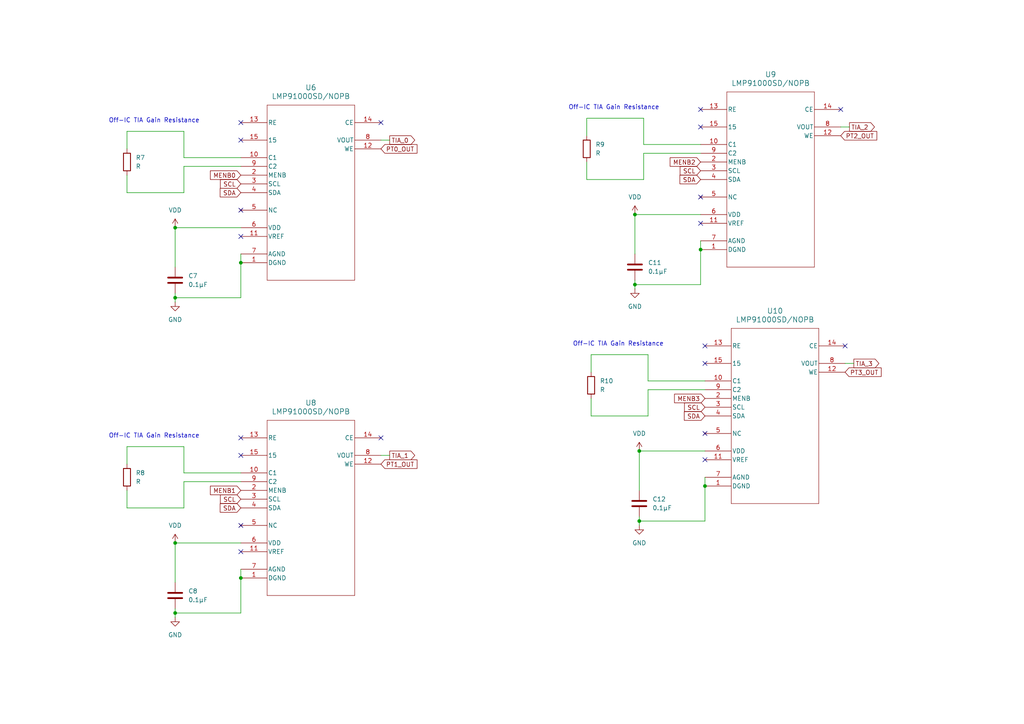
<source format=kicad_sch>
(kicad_sch (version 20250114) (generator "eeschema") (generator_version "9.0")
  (paper "A4")
  (lib_symbols
    (symbol "Device:C" (pin_numbers (hide yes)) (pin_names (offset 0.254))
      (property "Reference" "C" (at 0.635 2.54 0))
      (property "Value" "C" (at 0.635 -2.54 0))
      (symbol "C_0_1"
        (polyline (pts (xy -2.032 0.762) (xy 2.032 0.762)) (stroke (width 0.508)))
        (polyline (pts (xy -2.032 -0.762) (xy 2.032 -0.762)) (stroke (width 0.508)))
      )
      (symbol "C_1_1"
        (pin passive line (at 0 3.81 270) (length 2.794) (name "~") (number "1"))
        (pin passive line (at 0 -3.81 90) (length 2.794) (name "~") (number "2"))
      )
    )
    (symbol "Device:R" (pin_numbers (hide yes)) (pin_names (offset 0))
      (property "Reference" "R" (at 2.032 0 90))
      (property "Value" "R" (at 0 0 90))
      (symbol "R_0_1"
        (rectangle (start -1.016 -2.54) (end 1.016 2.54) (stroke (width 0.254)))
      )
      (symbol "R_1_1"
        (pin passive line (at 0 3.81 270) (length 1.27) (name "~") (number "1"))
        (pin passive line (at 0 -3.81 90) (length 1.27) (name "~") (number "2"))
      )
    )
    (symbol "LMP91000:LMP91000SD_NOPB" (pin_names (offset 0.254))
      (property "Reference" "U" (at 20.32 10.16 0))
      (property "Value" "LMP91000SD/NOPB" (at 20.32 7.62 0))
      (symbol "LMP91000SD_NOPB_0_1"
        (polyline (pts (xy 7.62 5.08) (xy 7.62 -45.72)) (stroke (width 0.127)))
        (polyline (pts (xy 7.62 -45.72) (xy 33.02 -45.72)) (stroke (width 0.127)))
        (polyline (pts (xy 33.02 5.08) (xy 7.62 5.08)) (stroke (width 0.127)))
        (polyline (pts (xy 33.02 -45.72) (xy 33.02 5.08)) (stroke (width 0.127)))
        (pin input line (at 0 0 0) (length 7.62) (name "RE") (number "13"))
        (pin unspecified line (at 0 -5.08 0) (length 7.62) (name "15") (number "15"))
        (pin unspecified line (at 0 -10.16 0) (length 7.62) (name "C1") (number "10"))
        (pin unspecified line (at 0 -12.7 0) (length 7.62) (name "C2") (number "9"))
        (pin unspecified line (at 0 -15.24 0) (length 7.62) (name "MENB") (number "2"))
        (pin unspecified line (at 0 -17.78 0) (length 7.62) (name "SCL") (number "3"))
        (pin unspecified line (at 0 -20.32 0) (length 7.62) (name "SDA") (number "4"))
        (pin no_connect line (at 0 -25.4 0) (length 7.62) (name "NC") (number "5"))
        (pin power_in line (at 0 -30.48 0) (length 7.62) (name "VDD") (number "6"))
        (pin input line (at 0 -33.02 0) (length 7.62) (name "VREF") (number "11"))
        (pin power_in line (at 0 -38.1 0) (length 7.62) (name "AGND") (number "7"))
        (pin power_in line (at 0 -40.64 0) (length 7.62) (name "DGND") (number "1"))
        (pin output line (at 40.64 0 180) (length 7.62) (name "CE") (number "14"))
        (pin output line (at 40.64 -5.08 180) (length 7.62) (name "VOUT") (number "8"))
        (pin output line (at 40.64 -7.62 180) (length 7.62) (name "WE") (number "12"))
      )
    )
    (symbol "power:GND" (power) (pin_numbers (hide yes)) (pin_names (offset 0) (hide yes))
      (property "Value" "GND" (at 0 -3.81 0))
      (symbol "GND_0_1"
        (polyline (pts (xy 0 0) (xy 0 -1.27) (xy 1.27 -1.27) (xy 0 -2.54) (xy -1.27 -1.27) (xy 0 -1.27)))
      )
      (symbol "GND_1_1"
        (pin power_in line (at 0 0 270) (length 0) (name "~") (number "1"))
      )
    )
    (symbol "power:VDD" (power) (pin_numbers (hide yes)) (pin_names (offset 0) (hide yes))
      (property "Value" "VDD" (at 0 3.556 0))
      (symbol "VDD_0_1"
        (polyline (pts (xy -0.762 1.27) (xy 0 2.54)))
        (polyline (pts (xy 0 2.54) (xy 0.762 1.27)))
        (polyline (pts (xy 0 0) (xy 0 2.54)))
      )
      (symbol "VDD_1_1"
        (pin power_in line (at 0 0 90) (length 0) (name "~") (number "1"))
      )
    )
  )
  (text "Off-IC TIA Gain Resistance" (at 178.054 31.242 0) (effects (font (size 1.27 1.27))))
  (text "Off-IC TIA Gain Resistance" (at 44.704 126.492 0) (effects (font (size 1.27 1.27))))
  (text "Off-IC TIA Gain Resistance" (at 44.704 35.052 0) (effects (font (size 1.27 1.27))))
  (text "Off-IC TIA Gain Resistance" (at 179.324 99.822 0) (effects (font (size 1.27 1.27))))
  (junction (at 50.8 66.04))
  (junction (at 69.85 76.2))
  (junction (at 184.15 82.55))
  (junction (at 50.8 177.8))
  (junction (at 50.8 157.48))
  (junction (at 185.42 130.81))
  (junction (at 203.2 72.39))
  (junction (at 69.85 167.64))
  (junction (at 184.15 62.23))
  (junction (at 185.42 151.13))
  (junction (at 204.47 140.97))
  (junction (at 50.8 86.36))
  (no_connect (at 69.85 132.08))
  (no_connect (at 69.85 68.58))
  (no_connect (at 110.49 127))
  (no_connect (at 69.85 40.64))
  (no_connect (at 204.47 105.41))
  (no_connect (at 203.2 57.15))
  (no_connect (at 203.2 31.75))
  (no_connect (at 243.84 31.75))
  (no_connect (at 245.11 100.33))
  (no_connect (at 110.49 35.56))
  (no_connect (at 203.2 36.83))
  (no_connect (at 204.47 125.73))
  (no_connect (at 204.47 100.33))
  (no_connect (at 69.85 35.56))
  (no_connect (at 69.85 60.96))
  (no_connect (at 203.2 64.77))
  (no_connect (at 69.85 152.4))
  (no_connect (at 204.47 133.35))
  (no_connect (at 69.85 127))
  (no_connect (at 69.85 160.02))
  (wire (pts (xy 184.15 82.55) (xy 203.2 82.55)))
  (wire (pts (xy 184.15 83.82) (xy 184.15 82.55)))
  (wire (pts (xy 69.85 167.64) (xy 69.85 177.8)))
  (wire (pts (xy 113.03 40.64) (xy 110.49 40.64)))
  (wire (pts (xy 53.34 38.1) (xy 36.83 38.1)))
  (wire (pts (xy 186.69 52.07) (xy 186.69 44.45)))
  (wire (pts (xy 53.34 45.72) (xy 53.34 38.1)))
  (wire (pts (xy 185.42 151.13) (xy 185.42 149.86)))
  (wire (pts (xy 53.34 137.16) (xy 53.34 129.54)))
  (wire (pts (xy 170.18 46.99) (xy 170.18 52.07)))
  (wire (pts (xy 184.15 62.23) (xy 203.2 62.23)))
  (wire (pts (xy 171.45 120.65) (xy 187.96 120.65)))
  (wire (pts (xy 204.47 140.97) (xy 204.47 151.13)))
  (wire (pts (xy 53.34 139.7) (xy 69.85 139.7)))
  (wire (pts (xy 185.42 151.13) (xy 204.47 151.13)))
  (wire (pts (xy 36.83 142.24) (xy 36.83 147.32)))
  (wire (pts (xy 184.15 73.66) (xy 184.15 62.23)))
  (wire (pts (xy 53.34 129.54) (xy 36.83 129.54)))
  (wire (pts (xy 113.03 132.08) (xy 110.49 132.08)))
  (wire (pts (xy 185.42 142.24) (xy 185.42 130.81)))
  (wire (pts (xy 50.8 77.47) (xy 50.8 66.04)))
  (wire (pts (xy 36.83 147.32) (xy 53.34 147.32)))
  (wire (pts (xy 186.69 34.29) (xy 170.18 34.29)))
  (wire (pts (xy 50.8 157.48) (xy 69.85 157.48)))
  (wire (pts (xy 36.83 55.88) (xy 53.34 55.88)))
  (wire (pts (xy 50.8 66.04) (xy 69.85 66.04)))
  (wire (pts (xy 50.8 177.8) (xy 69.85 177.8)))
  (wire (pts (xy 170.18 34.29) (xy 170.18 39.37)))
  (wire (pts (xy 36.83 38.1) (xy 36.83 43.18)))
  (wire (pts (xy 187.96 120.65) (xy 187.96 113.03)))
  (wire (pts (xy 53.34 55.88) (xy 53.34 48.26)))
  (wire (pts (xy 69.85 76.2) (xy 69.85 86.36)))
  (wire (pts (xy 171.45 115.57) (xy 171.45 120.65)))
  (wire (pts (xy 69.85 45.72) (xy 53.34 45.72)))
  (wire (pts (xy 50.8 177.8) (xy 50.8 176.53)))
  (wire (pts (xy 187.96 110.49) (xy 187.96 102.87)))
  (wire (pts (xy 203.2 41.91) (xy 186.69 41.91)))
  (wire (pts (xy 50.8 87.63) (xy 50.8 86.36)))
  (wire (pts (xy 186.69 44.45) (xy 203.2 44.45)))
  (wire (pts (xy 204.47 138.43) (xy 204.47 140.97)))
  (wire (pts (xy 185.42 130.81) (xy 204.47 130.81)))
  (wire (pts (xy 186.69 41.91) (xy 186.69 34.29)))
  (wire (pts (xy 184.15 82.55) (xy 184.15 81.28)))
  (wire (pts (xy 187.96 102.87) (xy 171.45 102.87)))
  (wire (pts (xy 185.42 152.4) (xy 185.42 151.13)))
  (wire (pts (xy 50.8 168.91) (xy 50.8 157.48)))
  (wire (pts (xy 69.85 165.1) (xy 69.85 167.64)))
  (wire (pts (xy 203.2 69.85) (xy 203.2 72.39)))
  (wire (pts (xy 247.65 105.41) (xy 245.11 105.41)))
  (wire (pts (xy 69.85 73.66) (xy 69.85 76.2)))
  (wire (pts (xy 50.8 86.36) (xy 50.8 85.09)))
  (wire (pts (xy 203.2 72.39) (xy 203.2 82.55)))
  (wire (pts (xy 50.8 86.36) (xy 69.85 86.36)))
  (wire (pts (xy 36.83 129.54) (xy 36.83 134.62)))
  (wire (pts (xy 53.34 48.26) (xy 69.85 48.26)))
  (wire (pts (xy 50.8 179.07) (xy 50.8 177.8)))
  (wire (pts (xy 36.83 50.8) (xy 36.83 55.88)))
  (wire (pts (xy 246.38 36.83) (xy 243.84 36.83)))
  (wire (pts (xy 53.34 147.32) (xy 53.34 139.7)))
  (wire (pts (xy 187.96 113.03) (xy 204.47 113.03)))
  (wire (pts (xy 170.18 52.07) (xy 186.69 52.07)))
  (wire (pts (xy 69.85 137.16) (xy 53.34 137.16)))
  (wire (pts (xy 204.47 110.49) (xy 187.96 110.49)))
  (wire (pts (xy 171.45 102.87) (xy 171.45 107.95)))
  (global_label "TIA_1" (shape output) (at 113.03 132.08 0) (property "Intersheetrefs" "${INTERSHEET_REFS}" (effects (hide yes))))
  (global_label "PT3_OUT" (shape input) (at 245.11 107.95 0) (property "Intersheetrefs" "${INTERSHEET_REFS}" (effects (hide yes))))
  (global_label "TIA_2" (shape output) (at 246.38 36.83 0) (property "Intersheetrefs" "${INTERSHEET_REFS}" (effects (hide yes))))
  (global_label "SCL" (shape input) (at 204.47 118.11 180) (property "Intersheetrefs" "${INTERSHEET_REFS}" (effects (hide yes))))
  (global_label "MENB0" (shape input) (at 69.85 50.8 180) (property "Intersheetrefs" "${INTERSHEET_REFS}" (effects (hide yes))))
  (global_label "SDA" (shape input) (at 204.47 120.65 180) (property "Intersheetrefs" "${INTERSHEET_REFS}" (effects (hide yes))))
  (global_label "PT0_OUT" (shape input) (at 110.49 43.18 0) (property "Intersheetrefs" "${INTERSHEET_REFS}" (effects (hide yes))))
  (global_label "MENB1" (shape input) (at 69.85 142.24 180) (property "Intersheetrefs" "${INTERSHEET_REFS}" (effects (hide yes))))
  (global_label "SCL" (shape input) (at 69.85 53.34 180) (property "Intersheetrefs" "${INTERSHEET_REFS}" (effects (hide yes))))
  (global_label "TIA_3" (shape output) (at 247.65 105.41 0) (property "Intersheetrefs" "${INTERSHEET_REFS}" (effects (hide yes))))
  (global_label "MENB3" (shape input) (at 204.47 115.57 180) (property "Intersheetrefs" "${INTERSHEET_REFS}" (effects (hide yes))))
  (global_label "SCL" (shape input) (at 69.85 144.78 180) (property "Intersheetrefs" "${INTERSHEET_REFS}" (effects (hide yes))))
  (global_label "SDA" (shape input) (at 69.85 147.32 180) (property "Intersheetrefs" "${INTERSHEET_REFS}" (effects (hide yes))))
  (global_label "PT2_OUT" (shape input) (at 243.84 39.37 0) (property "Intersheetrefs" "${INTERSHEET_REFS}" (effects (hide yes))))
  (global_label "SDA" (shape input) (at 203.2 52.07 180) (property "Intersheetrefs" "${INTERSHEET_REFS}" (effects (hide yes))))
  (global_label "TIA_0" (shape output) (at 113.03 40.64 0) (property "Intersheetrefs" "${INTERSHEET_REFS}" (effects (hide yes))))
  (global_label "SCL" (shape input) (at 203.2 49.53 180) (property "Intersheetrefs" "${INTERSHEET_REFS}" (effects (hide yes))))
  (global_label "SDA" (shape input) (at 69.85 55.88 180) (property "Intersheetrefs" "${INTERSHEET_REFS}" (effects (hide yes))))
  (global_label "MENB2" (shape input) (at 203.2 46.99 180) (property "Intersheetrefs" "${INTERSHEET_REFS}" (effects (hide yes))))
  (global_label "PT1_OUT" (shape input) (at 110.49 134.62 0) (property "Intersheetrefs" "${INTERSHEET_REFS}" (effects (hide yes))))
  (symbol (lib_id "Device:C") (at 185.42 146.05 0) (unit 1)
    (property "Reference" "C12" (at 189.23 144.7799 0) (effects (justify left)))
    (property "Value" "0.1µF" (at 189.23 147.3199 0) (effects (justify left)))
    (property "Footprint" "Capacitor_SMD:C_0805_2012Metric_Pad1.18x1.45mm_HandSolder" (effects (hide yes)))
    (property "Description" "Unpolarized capacitor" (effects (hide yes)))
  )
  (symbol (lib_id "LMP91000:LMP91000SD_NOPB") (at 204.47 100.33 0) (unit 1)
    (property "Reference" "U10" (at 224.79 90.17 0) (effects (font (size 1.524 1.524))))
    (property "Value" "LMP91000SD/NOPB" (at 224.79 92.71 0) (effects (font (size 1.524 1.524))))
    (property "Footprint" "LMP9100:SDA14B" (effects (hide yes)))
    (property "Datasheet" "LMP91000SD/NOPB" (effects (hide yes)))
  )
  (symbol (lib_id "LMP91000:LMP91000SD_NOPB") (at 69.85 127 0) (unit 1)
    (property "Reference" "U8" (at 90.17 116.84 0) (effects (font (size 1.524 1.524))))
    (property "Value" "LMP91000SD/NOPB" (at 90.17 119.38 0) (effects (font (size 1.524 1.524))))
    (property "Footprint" "LMP9100:SDA14B" (effects (hide yes)))
    (property "Datasheet" "LMP91000SD/NOPB" (effects (hide yes)))
  )
  (symbol (lib_id "power:VDD") (at 184.15 62.23 0) (unit 1)
    (property "Reference" "#PWR020" (effects (hide yes)))
    (property "Value" "VDD" (at 184.15 57.15 0))
    (property "Description" "Power symbol creates a global label with name \"VDD\"" (effects (hide yes)))
  )
  (symbol (lib_id "power:GND") (at 50.8 179.07 0) (unit 1)
    (property "Reference" "#PWR015" (effects (hide yes)))
    (property "Value" "GND" (at 50.8 184.15 0))
    (property "Description" "Power symbol creates a global label with name \"GND\" , ground" (effects (hide yes)))
  )
  (symbol (lib_id "Device:R") (at 170.18 43.18 0) (unit 1)
    (property "Reference" "R9" (at 172.72 41.9099 0) (effects (justify left)))
    (property "Value" "R" (at 172.72 44.4499 0) (effects (justify left)))
    (property "Footprint" "Resistor_SMD:R_0805_2012Metric_Pad1.20x1.40mm_HandSolder" (effects (hide yes)))
    (property "Description" "Resistor" (effects (hide yes)))
  )
  (symbol (lib_id "power:VDD") (at 50.8 66.04 0) (unit 1)
    (property "Reference" "#PWR04" (effects (hide yes)))
    (property "Value" "VDD" (at 50.8 60.96 0))
    (property "Description" "Power symbol creates a global label with name \"VDD\"" (effects (hide yes)))
  )
  (symbol (lib_id "power:GND") (at 184.15 83.82 0) (unit 1)
    (property "Reference" "#PWR016" (effects (hide yes)))
    (property "Value" "GND" (at 184.15 88.9 0))
    (property "Description" "Power symbol creates a global label with name \"GND\" , ground" (effects (hide yes)))
  )
  (symbol (lib_id "Device:R") (at 171.45 111.76 0) (unit 1)
    (property "Reference" "R10" (at 173.99 110.4899 0) (effects (justify left)))
    (property "Value" "R" (at 173.99 113.0299 0) (effects (justify left)))
    (property "Footprint" "Resistor_SMD:R_0805_2012Metric_Pad1.20x1.40mm_HandSolder" (effects (hide yes)))
    (property "Description" "Resistor" (effects (hide yes)))
  )
  (symbol (lib_id "Device:R") (at 36.83 46.99 0) (unit 1)
    (property "Reference" "R7" (at 39.37 45.7199 0) (effects (justify left)))
    (property "Value" "R" (at 39.37 48.2599 0) (effects (justify left)))
    (property "Footprint" "Resistor_SMD:R_0805_2012Metric_Pad1.20x1.40mm_HandSolder" (effects (hide yes)))
    (property "Description" "Resistor" (effects (hide yes)))
  )
  (symbol (lib_id "Device:C") (at 50.8 172.72 0) (unit 1)
    (property "Reference" "C8" (at 54.61 171.4499 0) (effects (justify left)))
    (property "Value" "0.1µF" (at 54.61 173.9899 0) (effects (justify left)))
    (property "Footprint" "Capacitor_SMD:C_0805_2012Metric_Pad1.18x1.45mm_HandSolder" (effects (hide yes)))
    (property "Description" "Unpolarized capacitor" (effects (hide yes)))
  )
  (symbol (lib_id "power:GND") (at 185.42 152.4 0) (unit 1)
    (property "Reference" "#PWR017" (effects (hide yes)))
    (property "Value" "GND" (at 185.42 157.48 0))
    (property "Description" "Power symbol creates a global label with name \"GND\" , ground" (effects (hide yes)))
  )
  (symbol (lib_id "Device:R") (at 36.83 138.43 0) (unit 1)
    (property "Reference" "R8" (at 39.37 137.1599 0) (effects (justify left)))
    (property "Value" "R" (at 39.37 139.6999 0) (effects (justify left)))
    (property "Footprint" "Resistor_SMD:R_0805_2012Metric_Pad1.20x1.40mm_HandSolder" (effects (hide yes)))
    (property "Description" "Resistor" (effects (hide yes)))
  )
  (symbol (lib_id "LMP91000:LMP91000SD_NOPB") (at 203.2 31.75 0) (unit 1)
    (property "Reference" "U9" (at 223.52 21.59 0) (effects (font (size 1.524 1.524))))
    (property "Value" "LMP91000SD/NOPB" (at 223.52 24.13 0) (effects (font (size 1.524 1.524))))
    (property "Footprint" "LMP9100:SDA14B" (effects (hide yes)))
    (property "Datasheet" "LMP91000SD/NOPB" (effects (hide yes)))
  )
  (symbol (lib_id "Device:C") (at 184.15 77.47 0) (unit 1)
    (property "Reference" "C11" (at 187.96 76.1999 0) (effects (justify left)))
    (property "Value" "0.1µF" (at 187.96 78.7399 0) (effects (justify left)))
    (property "Footprint" "Capacitor_SMD:C_0805_2012Metric_Pad1.18x1.45mm_HandSolder" (effects (hide yes)))
    (property "Description" "Unpolarized capacitor" (effects (hide yes)))
  )
  (symbol (lib_id "LMP91000:LMP91000SD_NOPB") (at 69.85 35.56 0) (unit 1)
    (property "Reference" "U6" (at 90.17 25.4 0) (effects (font (size 1.524 1.524))))
    (property "Value" "LMP91000SD/NOPB" (at 90.17 27.94 0) (effects (font (size 1.524 1.524))))
    (property "Footprint" "LMP9100:SDA14B" (effects (hide yes)))
    (property "Datasheet" "LMP91000SD/NOPB" (effects (hide yes)))
  )
  (symbol (lib_id "power:VDD") (at 50.8 157.48 0) (unit 1)
    (property "Reference" "#PWR018" (effects (hide yes)))
    (property "Value" "VDD" (at 50.8 152.4 0))
    (property "Description" "Power symbol creates a global label with name \"VDD\"" (effects (hide yes)))
  )
  (symbol (lib_id "power:VDD") (at 185.42 130.81 0) (unit 1)
    (property "Reference" "#PWR019" (effects (hide yes)))
    (property "Value" "VDD" (at 185.42 125.73 0))
    (property "Description" "Power symbol creates a global label with name \"VDD\"" (effects (hide yes)))
  )
  (symbol (lib_id "power:GND") (at 50.8 87.63 0) (unit 1)
    (property "Reference" "#PWR014" (effects (hide yes)))
    (property "Value" "GND" (at 50.8 92.71 0))
    (property "Description" "Power symbol creates a global label with name \"GND\" , ground" (effects (hide yes)))
  )
  (symbol (lib_id "Device:C") (at 50.8 81.28 0) (unit 1)
    (property "Reference" "C7" (at 54.61 80.0099 0) (effects (justify left)))
    (property "Value" "0.1µF" (at 54.61 82.5499 0) (effects (justify left)))
    (property "Footprint" "Capacitor_SMD:C_0805_2012Metric_Pad1.18x1.45mm_HandSolder" (effects (hide yes)))
    (property "Description" "Unpolarized capacitor" (effects (hide yes)))
  )
)
</source>
